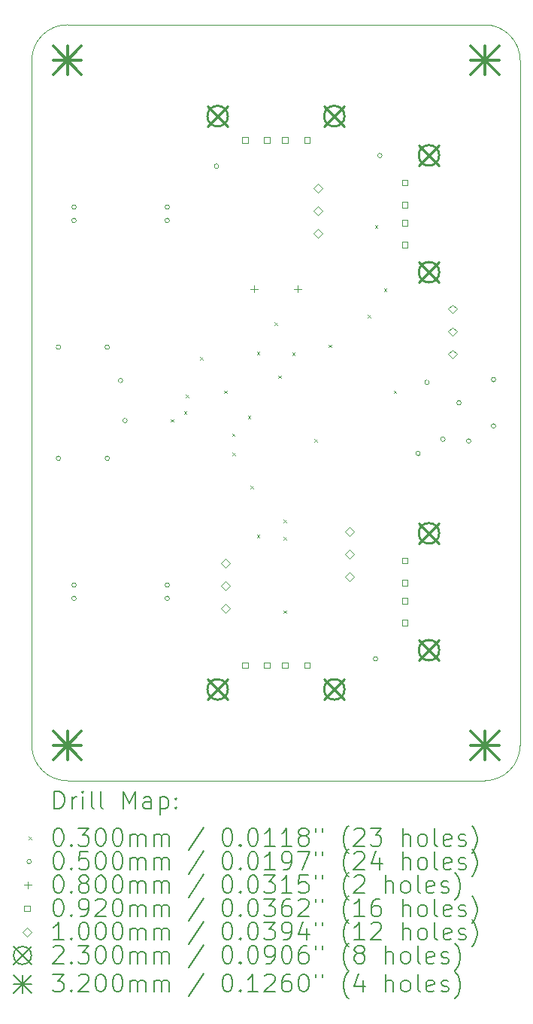
<source format=gbr>
%FSLAX45Y45*%
G04 Gerber Fmt 4.5, Leading zero omitted, Abs format (unit mm)*
G04 Created by KiCad (PCBNEW (6.0.5)) date 2024-04-12 21:33:26*
%MOMM*%
%LPD*%
G01*
G04 APERTURE LIST*
%TA.AperFunction,Profile*%
%ADD10C,0.100000*%
%TD*%
%ADD11C,0.200000*%
%ADD12C,0.030000*%
%ADD13C,0.050000*%
%ADD14C,0.080000*%
%ADD15C,0.092000*%
%ADD16C,0.100000*%
%ADD17C,0.230000*%
%ADD18C,0.320000*%
G04 APERTURE END LIST*
D10*
X18000000Y-13100000D02*
X18000000Y-5400000D01*
X18000000Y-5400000D02*
G75*
G03*
X17600000Y-5000000I-400000J0D01*
G01*
X12500000Y-5400000D02*
X12500000Y-13100000D01*
X12900000Y-13500000D02*
X17600000Y-13500000D01*
X12900000Y-5000000D02*
G75*
G03*
X12500000Y-5400000I0J-400000D01*
G01*
X12500000Y-13100000D02*
G75*
G03*
X12900000Y-13500000I400000J0D01*
G01*
X17600000Y-13500000D02*
G75*
G03*
X18000000Y-13100000I0J400000D01*
G01*
X17600000Y-5000000D02*
X12900000Y-5000000D01*
D11*
D12*
X14065000Y-9435000D02*
X14095000Y-9465000D01*
X14095000Y-9435000D02*
X14065000Y-9465000D01*
X14215000Y-9345000D02*
X14245000Y-9375000D01*
X14245000Y-9345000D02*
X14215000Y-9375000D01*
X14235000Y-9160000D02*
X14265000Y-9190000D01*
X14265000Y-9160000D02*
X14235000Y-9190000D01*
X14395000Y-8735000D02*
X14425000Y-8765000D01*
X14425000Y-8735000D02*
X14395000Y-8765000D01*
X14665000Y-9115000D02*
X14695000Y-9145000D01*
X14695000Y-9115000D02*
X14665000Y-9145000D01*
X14755000Y-9595000D02*
X14785000Y-9625000D01*
X14785000Y-9595000D02*
X14755000Y-9625000D01*
X14760000Y-9810000D02*
X14790000Y-9840000D01*
X14790000Y-9810000D02*
X14760000Y-9840000D01*
X14935000Y-9395000D02*
X14965000Y-9425000D01*
X14965000Y-9395000D02*
X14935000Y-9425000D01*
X14965000Y-10185000D02*
X14995000Y-10215000D01*
X14995000Y-10185000D02*
X14965000Y-10215000D01*
X15035000Y-8675000D02*
X15065000Y-8705000D01*
X15065000Y-8675000D02*
X15035000Y-8705000D01*
X15035000Y-10735000D02*
X15065000Y-10765000D01*
X15065000Y-10735000D02*
X15035000Y-10765000D01*
X15235000Y-8345000D02*
X15265000Y-8375000D01*
X15265000Y-8345000D02*
X15235000Y-8375000D01*
X15275000Y-8945000D02*
X15305000Y-8975000D01*
X15305000Y-8945000D02*
X15275000Y-8975000D01*
X15335000Y-10565000D02*
X15365000Y-10595000D01*
X15365000Y-10565000D02*
X15335000Y-10595000D01*
X15335000Y-10760000D02*
X15365000Y-10790000D01*
X15365000Y-10760000D02*
X15335000Y-10790000D01*
X15335000Y-11585000D02*
X15365000Y-11615000D01*
X15365000Y-11585000D02*
X15335000Y-11615000D01*
X15435000Y-8685000D02*
X15465000Y-8715000D01*
X15465000Y-8685000D02*
X15435000Y-8715000D01*
X15685000Y-9660000D02*
X15715000Y-9690000D01*
X15715000Y-9660000D02*
X15685000Y-9690000D01*
X15845000Y-8595000D02*
X15875000Y-8625000D01*
X15875000Y-8595000D02*
X15845000Y-8625000D01*
X16285000Y-8260000D02*
X16315000Y-8290000D01*
X16315000Y-8260000D02*
X16285000Y-8290000D01*
X16365000Y-7255000D02*
X16395000Y-7285000D01*
X16395000Y-7255000D02*
X16365000Y-7285000D01*
X16465000Y-7965000D02*
X16495000Y-7995000D01*
X16495000Y-7965000D02*
X16465000Y-7995000D01*
X16575000Y-9115000D02*
X16605000Y-9145000D01*
X16605000Y-9115000D02*
X16575000Y-9145000D01*
D13*
X12825000Y-8625000D02*
G75*
G03*
X12825000Y-8625000I-25000J0D01*
G01*
X12825000Y-9875000D02*
G75*
G03*
X12825000Y-9875000I-25000J0D01*
G01*
X13000000Y-7050000D02*
G75*
G03*
X13000000Y-7050000I-25000J0D01*
G01*
X13000000Y-7200000D02*
G75*
G03*
X13000000Y-7200000I-25000J0D01*
G01*
X13000000Y-11300000D02*
G75*
G03*
X13000000Y-11300000I-25000J0D01*
G01*
X13000000Y-11450000D02*
G75*
G03*
X13000000Y-11450000I-25000J0D01*
G01*
X13375000Y-8625000D02*
G75*
G03*
X13375000Y-8625000I-25000J0D01*
G01*
X13375000Y-9875000D02*
G75*
G03*
X13375000Y-9875000I-25000J0D01*
G01*
X13525000Y-9000000D02*
G75*
G03*
X13525000Y-9000000I-25000J0D01*
G01*
X13575000Y-9450000D02*
G75*
G03*
X13575000Y-9450000I-25000J0D01*
G01*
X14050000Y-7050000D02*
G75*
G03*
X14050000Y-7050000I-25000J0D01*
G01*
X14050000Y-7200000D02*
G75*
G03*
X14050000Y-7200000I-25000J0D01*
G01*
X14050000Y-11300000D02*
G75*
G03*
X14050000Y-11300000I-25000J0D01*
G01*
X14050000Y-11450000D02*
G75*
G03*
X14050000Y-11450000I-25000J0D01*
G01*
X14605000Y-6590000D02*
G75*
G03*
X14605000Y-6590000I-25000J0D01*
G01*
X16395000Y-12130000D02*
G75*
G03*
X16395000Y-12130000I-25000J0D01*
G01*
X16445000Y-6470000D02*
G75*
G03*
X16445000Y-6470000I-25000J0D01*
G01*
X16875000Y-9820000D02*
G75*
G03*
X16875000Y-9820000I-25000J0D01*
G01*
X16975000Y-9020000D02*
G75*
G03*
X16975000Y-9020000I-25000J0D01*
G01*
X17155000Y-9660000D02*
G75*
G03*
X17155000Y-9660000I-25000J0D01*
G01*
X17335000Y-9250000D02*
G75*
G03*
X17335000Y-9250000I-25000J0D01*
G01*
X17445000Y-9680000D02*
G75*
G03*
X17445000Y-9680000I-25000J0D01*
G01*
X17725000Y-8990000D02*
G75*
G03*
X17725000Y-8990000I-25000J0D01*
G01*
X17725000Y-9510000D02*
G75*
G03*
X17725000Y-9510000I-25000J0D01*
G01*
D14*
X15005000Y-7930000D02*
X15005000Y-8010000D01*
X14965000Y-7970000D02*
X15045000Y-7970000D01*
X15493000Y-7930000D02*
X15493000Y-8010000D01*
X15453000Y-7970000D02*
X15533000Y-7970000D01*
D15*
X14932527Y-6330277D02*
X14932527Y-6265223D01*
X14867473Y-6265223D01*
X14867473Y-6330277D01*
X14932527Y-6330277D01*
X14932527Y-12234777D02*
X14932527Y-12169723D01*
X14867473Y-12169723D01*
X14867473Y-12234777D01*
X14932527Y-12234777D01*
X15182527Y-6330277D02*
X15182527Y-6265223D01*
X15117473Y-6265223D01*
X15117473Y-6330277D01*
X15182527Y-6330277D01*
X15182527Y-12234777D02*
X15182527Y-12169723D01*
X15117473Y-12169723D01*
X15117473Y-12234777D01*
X15182527Y-12234777D01*
X15382527Y-6330277D02*
X15382527Y-6265223D01*
X15317473Y-6265223D01*
X15317473Y-6330277D01*
X15382527Y-6330277D01*
X15382527Y-12234777D02*
X15382527Y-12169723D01*
X15317473Y-12169723D01*
X15317473Y-12234777D01*
X15382527Y-12234777D01*
X15632527Y-6330277D02*
X15632527Y-6265223D01*
X15567473Y-6265223D01*
X15567473Y-6330277D01*
X15632527Y-6330277D01*
X15632527Y-12234777D02*
X15632527Y-12169723D01*
X15567473Y-12169723D01*
X15567473Y-12234777D01*
X15632527Y-12234777D01*
X16734777Y-6807527D02*
X16734777Y-6742473D01*
X16669723Y-6742473D01*
X16669723Y-6807527D01*
X16734777Y-6807527D01*
X16734777Y-7057527D02*
X16734777Y-6992473D01*
X16669723Y-6992473D01*
X16669723Y-7057527D01*
X16734777Y-7057527D01*
X16734777Y-7257527D02*
X16734777Y-7192473D01*
X16669723Y-7192473D01*
X16669723Y-7257527D01*
X16734777Y-7257527D01*
X16734777Y-7507527D02*
X16734777Y-7442473D01*
X16669723Y-7442473D01*
X16669723Y-7507527D01*
X16734777Y-7507527D01*
X16734777Y-11057527D02*
X16734777Y-10992473D01*
X16669723Y-10992473D01*
X16669723Y-11057527D01*
X16734777Y-11057527D01*
X16734777Y-11307527D02*
X16734777Y-11242473D01*
X16669723Y-11242473D01*
X16669723Y-11307527D01*
X16734777Y-11307527D01*
X16734777Y-11507527D02*
X16734777Y-11442473D01*
X16669723Y-11442473D01*
X16669723Y-11507527D01*
X16734777Y-11507527D01*
X16734777Y-11757527D02*
X16734777Y-11692473D01*
X16669723Y-11692473D01*
X16669723Y-11757527D01*
X16734777Y-11757527D01*
D16*
X14680000Y-11106000D02*
X14730000Y-11056000D01*
X14680000Y-11006000D01*
X14630000Y-11056000D01*
X14680000Y-11106000D01*
X14680000Y-11360000D02*
X14730000Y-11310000D01*
X14680000Y-11260000D01*
X14630000Y-11310000D01*
X14680000Y-11360000D01*
X14680000Y-11614000D02*
X14730000Y-11564000D01*
X14680000Y-11514000D01*
X14630000Y-11564000D01*
X14680000Y-11614000D01*
X15720000Y-6886000D02*
X15770000Y-6836000D01*
X15720000Y-6786000D01*
X15670000Y-6836000D01*
X15720000Y-6886000D01*
X15720000Y-7140000D02*
X15770000Y-7090000D01*
X15720000Y-7040000D01*
X15670000Y-7090000D01*
X15720000Y-7140000D01*
X15720000Y-7394000D02*
X15770000Y-7344000D01*
X15720000Y-7294000D01*
X15670000Y-7344000D01*
X15720000Y-7394000D01*
X16080000Y-10747500D02*
X16130000Y-10697500D01*
X16080000Y-10647500D01*
X16030000Y-10697500D01*
X16080000Y-10747500D01*
X16080000Y-11001500D02*
X16130000Y-10951500D01*
X16080000Y-10901500D01*
X16030000Y-10951500D01*
X16080000Y-11001500D01*
X16080000Y-11255500D02*
X16130000Y-11205500D01*
X16080000Y-11155500D01*
X16030000Y-11205500D01*
X16080000Y-11255500D01*
X17240000Y-8246000D02*
X17290000Y-8196000D01*
X17240000Y-8146000D01*
X17190000Y-8196000D01*
X17240000Y-8246000D01*
X17240000Y-8500000D02*
X17290000Y-8450000D01*
X17240000Y-8400000D01*
X17190000Y-8450000D01*
X17240000Y-8500000D01*
X17240000Y-8754000D02*
X17290000Y-8704000D01*
X17240000Y-8654000D01*
X17190000Y-8704000D01*
X17240000Y-8754000D01*
D17*
X14478000Y-5911750D02*
X14708000Y-6141750D01*
X14708000Y-5911750D02*
X14478000Y-6141750D01*
X14708000Y-6026750D02*
G75*
G03*
X14708000Y-6026750I-115000J0D01*
G01*
X14478000Y-12358250D02*
X14708000Y-12588250D01*
X14708000Y-12358250D02*
X14478000Y-12588250D01*
X14708000Y-12473250D02*
G75*
G03*
X14708000Y-12473250I-115000J0D01*
G01*
X15792000Y-5911750D02*
X16022000Y-6141750D01*
X16022000Y-5911750D02*
X15792000Y-6141750D01*
X16022000Y-6026750D02*
G75*
G03*
X16022000Y-6026750I-115000J0D01*
G01*
X15792000Y-12358250D02*
X16022000Y-12588250D01*
X16022000Y-12358250D02*
X15792000Y-12588250D01*
X16022000Y-12473250D02*
G75*
G03*
X16022000Y-12473250I-115000J0D01*
G01*
X16858250Y-6353000D02*
X17088250Y-6583000D01*
X17088250Y-6353000D02*
X16858250Y-6583000D01*
X17088250Y-6468000D02*
G75*
G03*
X17088250Y-6468000I-115000J0D01*
G01*
X16858250Y-7667000D02*
X17088250Y-7897000D01*
X17088250Y-7667000D02*
X16858250Y-7897000D01*
X17088250Y-7782000D02*
G75*
G03*
X17088250Y-7782000I-115000J0D01*
G01*
X16858250Y-10603000D02*
X17088250Y-10833000D01*
X17088250Y-10603000D02*
X16858250Y-10833000D01*
X17088250Y-10718000D02*
G75*
G03*
X17088250Y-10718000I-115000J0D01*
G01*
X16858250Y-11917000D02*
X17088250Y-12147000D01*
X17088250Y-11917000D02*
X16858250Y-12147000D01*
X17088250Y-12032000D02*
G75*
G03*
X17088250Y-12032000I-115000J0D01*
G01*
D18*
X12740000Y-5240000D02*
X13060000Y-5560000D01*
X13060000Y-5240000D02*
X12740000Y-5560000D01*
X12900000Y-5240000D02*
X12900000Y-5560000D01*
X12740000Y-5400000D02*
X13060000Y-5400000D01*
X12740000Y-12940000D02*
X13060000Y-13260000D01*
X13060000Y-12940000D02*
X12740000Y-13260000D01*
X12900000Y-12940000D02*
X12900000Y-13260000D01*
X12740000Y-13100000D02*
X13060000Y-13100000D01*
X17440000Y-5240000D02*
X17760000Y-5560000D01*
X17760000Y-5240000D02*
X17440000Y-5560000D01*
X17600000Y-5240000D02*
X17600000Y-5560000D01*
X17440000Y-5400000D02*
X17760000Y-5400000D01*
X17440000Y-12940000D02*
X17760000Y-13260000D01*
X17760000Y-12940000D02*
X17440000Y-13260000D01*
X17600000Y-12940000D02*
X17600000Y-13260000D01*
X17440000Y-13100000D02*
X17760000Y-13100000D01*
D11*
X12752619Y-13815476D02*
X12752619Y-13615476D01*
X12800238Y-13615476D01*
X12828809Y-13625000D01*
X12847857Y-13644048D01*
X12857381Y-13663095D01*
X12866905Y-13701190D01*
X12866905Y-13729762D01*
X12857381Y-13767857D01*
X12847857Y-13786905D01*
X12828809Y-13805952D01*
X12800238Y-13815476D01*
X12752619Y-13815476D01*
X12952619Y-13815476D02*
X12952619Y-13682143D01*
X12952619Y-13720238D02*
X12962143Y-13701190D01*
X12971667Y-13691667D01*
X12990714Y-13682143D01*
X13009762Y-13682143D01*
X13076428Y-13815476D02*
X13076428Y-13682143D01*
X13076428Y-13615476D02*
X13066905Y-13625000D01*
X13076428Y-13634524D01*
X13085952Y-13625000D01*
X13076428Y-13615476D01*
X13076428Y-13634524D01*
X13200238Y-13815476D02*
X13181190Y-13805952D01*
X13171667Y-13786905D01*
X13171667Y-13615476D01*
X13305000Y-13815476D02*
X13285952Y-13805952D01*
X13276428Y-13786905D01*
X13276428Y-13615476D01*
X13533571Y-13815476D02*
X13533571Y-13615476D01*
X13600238Y-13758333D01*
X13666905Y-13615476D01*
X13666905Y-13815476D01*
X13847857Y-13815476D02*
X13847857Y-13710714D01*
X13838333Y-13691667D01*
X13819286Y-13682143D01*
X13781190Y-13682143D01*
X13762143Y-13691667D01*
X13847857Y-13805952D02*
X13828809Y-13815476D01*
X13781190Y-13815476D01*
X13762143Y-13805952D01*
X13752619Y-13786905D01*
X13752619Y-13767857D01*
X13762143Y-13748809D01*
X13781190Y-13739286D01*
X13828809Y-13739286D01*
X13847857Y-13729762D01*
X13943095Y-13682143D02*
X13943095Y-13882143D01*
X13943095Y-13691667D02*
X13962143Y-13682143D01*
X14000238Y-13682143D01*
X14019286Y-13691667D01*
X14028809Y-13701190D01*
X14038333Y-13720238D01*
X14038333Y-13777381D01*
X14028809Y-13796428D01*
X14019286Y-13805952D01*
X14000238Y-13815476D01*
X13962143Y-13815476D01*
X13943095Y-13805952D01*
X14124048Y-13796428D02*
X14133571Y-13805952D01*
X14124048Y-13815476D01*
X14114524Y-13805952D01*
X14124048Y-13796428D01*
X14124048Y-13815476D01*
X14124048Y-13691667D02*
X14133571Y-13701190D01*
X14124048Y-13710714D01*
X14114524Y-13701190D01*
X14124048Y-13691667D01*
X14124048Y-13710714D01*
D12*
X12465000Y-14130000D02*
X12495000Y-14160000D01*
X12495000Y-14130000D02*
X12465000Y-14160000D01*
D11*
X12790714Y-14035476D02*
X12809762Y-14035476D01*
X12828809Y-14045000D01*
X12838333Y-14054524D01*
X12847857Y-14073571D01*
X12857381Y-14111667D01*
X12857381Y-14159286D01*
X12847857Y-14197381D01*
X12838333Y-14216428D01*
X12828809Y-14225952D01*
X12809762Y-14235476D01*
X12790714Y-14235476D01*
X12771667Y-14225952D01*
X12762143Y-14216428D01*
X12752619Y-14197381D01*
X12743095Y-14159286D01*
X12743095Y-14111667D01*
X12752619Y-14073571D01*
X12762143Y-14054524D01*
X12771667Y-14045000D01*
X12790714Y-14035476D01*
X12943095Y-14216428D02*
X12952619Y-14225952D01*
X12943095Y-14235476D01*
X12933571Y-14225952D01*
X12943095Y-14216428D01*
X12943095Y-14235476D01*
X13019286Y-14035476D02*
X13143095Y-14035476D01*
X13076428Y-14111667D01*
X13105000Y-14111667D01*
X13124048Y-14121190D01*
X13133571Y-14130714D01*
X13143095Y-14149762D01*
X13143095Y-14197381D01*
X13133571Y-14216428D01*
X13124048Y-14225952D01*
X13105000Y-14235476D01*
X13047857Y-14235476D01*
X13028809Y-14225952D01*
X13019286Y-14216428D01*
X13266905Y-14035476D02*
X13285952Y-14035476D01*
X13305000Y-14045000D01*
X13314524Y-14054524D01*
X13324048Y-14073571D01*
X13333571Y-14111667D01*
X13333571Y-14159286D01*
X13324048Y-14197381D01*
X13314524Y-14216428D01*
X13305000Y-14225952D01*
X13285952Y-14235476D01*
X13266905Y-14235476D01*
X13247857Y-14225952D01*
X13238333Y-14216428D01*
X13228809Y-14197381D01*
X13219286Y-14159286D01*
X13219286Y-14111667D01*
X13228809Y-14073571D01*
X13238333Y-14054524D01*
X13247857Y-14045000D01*
X13266905Y-14035476D01*
X13457381Y-14035476D02*
X13476428Y-14035476D01*
X13495476Y-14045000D01*
X13505000Y-14054524D01*
X13514524Y-14073571D01*
X13524048Y-14111667D01*
X13524048Y-14159286D01*
X13514524Y-14197381D01*
X13505000Y-14216428D01*
X13495476Y-14225952D01*
X13476428Y-14235476D01*
X13457381Y-14235476D01*
X13438333Y-14225952D01*
X13428809Y-14216428D01*
X13419286Y-14197381D01*
X13409762Y-14159286D01*
X13409762Y-14111667D01*
X13419286Y-14073571D01*
X13428809Y-14054524D01*
X13438333Y-14045000D01*
X13457381Y-14035476D01*
X13609762Y-14235476D02*
X13609762Y-14102143D01*
X13609762Y-14121190D02*
X13619286Y-14111667D01*
X13638333Y-14102143D01*
X13666905Y-14102143D01*
X13685952Y-14111667D01*
X13695476Y-14130714D01*
X13695476Y-14235476D01*
X13695476Y-14130714D02*
X13705000Y-14111667D01*
X13724048Y-14102143D01*
X13752619Y-14102143D01*
X13771667Y-14111667D01*
X13781190Y-14130714D01*
X13781190Y-14235476D01*
X13876428Y-14235476D02*
X13876428Y-14102143D01*
X13876428Y-14121190D02*
X13885952Y-14111667D01*
X13905000Y-14102143D01*
X13933571Y-14102143D01*
X13952619Y-14111667D01*
X13962143Y-14130714D01*
X13962143Y-14235476D01*
X13962143Y-14130714D02*
X13971667Y-14111667D01*
X13990714Y-14102143D01*
X14019286Y-14102143D01*
X14038333Y-14111667D01*
X14047857Y-14130714D01*
X14047857Y-14235476D01*
X14438333Y-14025952D02*
X14266905Y-14283095D01*
X14695476Y-14035476D02*
X14714524Y-14035476D01*
X14733571Y-14045000D01*
X14743095Y-14054524D01*
X14752619Y-14073571D01*
X14762143Y-14111667D01*
X14762143Y-14159286D01*
X14752619Y-14197381D01*
X14743095Y-14216428D01*
X14733571Y-14225952D01*
X14714524Y-14235476D01*
X14695476Y-14235476D01*
X14676428Y-14225952D01*
X14666905Y-14216428D01*
X14657381Y-14197381D01*
X14647857Y-14159286D01*
X14647857Y-14111667D01*
X14657381Y-14073571D01*
X14666905Y-14054524D01*
X14676428Y-14045000D01*
X14695476Y-14035476D01*
X14847857Y-14216428D02*
X14857381Y-14225952D01*
X14847857Y-14235476D01*
X14838333Y-14225952D01*
X14847857Y-14216428D01*
X14847857Y-14235476D01*
X14981190Y-14035476D02*
X15000238Y-14035476D01*
X15019286Y-14045000D01*
X15028809Y-14054524D01*
X15038333Y-14073571D01*
X15047857Y-14111667D01*
X15047857Y-14159286D01*
X15038333Y-14197381D01*
X15028809Y-14216428D01*
X15019286Y-14225952D01*
X15000238Y-14235476D01*
X14981190Y-14235476D01*
X14962143Y-14225952D01*
X14952619Y-14216428D01*
X14943095Y-14197381D01*
X14933571Y-14159286D01*
X14933571Y-14111667D01*
X14943095Y-14073571D01*
X14952619Y-14054524D01*
X14962143Y-14045000D01*
X14981190Y-14035476D01*
X15238333Y-14235476D02*
X15124048Y-14235476D01*
X15181190Y-14235476D02*
X15181190Y-14035476D01*
X15162143Y-14064048D01*
X15143095Y-14083095D01*
X15124048Y-14092619D01*
X15428809Y-14235476D02*
X15314524Y-14235476D01*
X15371667Y-14235476D02*
X15371667Y-14035476D01*
X15352619Y-14064048D01*
X15333571Y-14083095D01*
X15314524Y-14092619D01*
X15543095Y-14121190D02*
X15524048Y-14111667D01*
X15514524Y-14102143D01*
X15505000Y-14083095D01*
X15505000Y-14073571D01*
X15514524Y-14054524D01*
X15524048Y-14045000D01*
X15543095Y-14035476D01*
X15581190Y-14035476D01*
X15600238Y-14045000D01*
X15609762Y-14054524D01*
X15619286Y-14073571D01*
X15619286Y-14083095D01*
X15609762Y-14102143D01*
X15600238Y-14111667D01*
X15581190Y-14121190D01*
X15543095Y-14121190D01*
X15524048Y-14130714D01*
X15514524Y-14140238D01*
X15505000Y-14159286D01*
X15505000Y-14197381D01*
X15514524Y-14216428D01*
X15524048Y-14225952D01*
X15543095Y-14235476D01*
X15581190Y-14235476D01*
X15600238Y-14225952D01*
X15609762Y-14216428D01*
X15619286Y-14197381D01*
X15619286Y-14159286D01*
X15609762Y-14140238D01*
X15600238Y-14130714D01*
X15581190Y-14121190D01*
X15695476Y-14035476D02*
X15695476Y-14073571D01*
X15771667Y-14035476D02*
X15771667Y-14073571D01*
X16066905Y-14311667D02*
X16057381Y-14302143D01*
X16038333Y-14273571D01*
X16028809Y-14254524D01*
X16019286Y-14225952D01*
X16009762Y-14178333D01*
X16009762Y-14140238D01*
X16019286Y-14092619D01*
X16028809Y-14064048D01*
X16038333Y-14045000D01*
X16057381Y-14016428D01*
X16066905Y-14006905D01*
X16133571Y-14054524D02*
X16143095Y-14045000D01*
X16162143Y-14035476D01*
X16209762Y-14035476D01*
X16228809Y-14045000D01*
X16238333Y-14054524D01*
X16247857Y-14073571D01*
X16247857Y-14092619D01*
X16238333Y-14121190D01*
X16124048Y-14235476D01*
X16247857Y-14235476D01*
X16314524Y-14035476D02*
X16438333Y-14035476D01*
X16371667Y-14111667D01*
X16400238Y-14111667D01*
X16419286Y-14121190D01*
X16428809Y-14130714D01*
X16438333Y-14149762D01*
X16438333Y-14197381D01*
X16428809Y-14216428D01*
X16419286Y-14225952D01*
X16400238Y-14235476D01*
X16343095Y-14235476D01*
X16324048Y-14225952D01*
X16314524Y-14216428D01*
X16676428Y-14235476D02*
X16676428Y-14035476D01*
X16762143Y-14235476D02*
X16762143Y-14130714D01*
X16752619Y-14111667D01*
X16733571Y-14102143D01*
X16705000Y-14102143D01*
X16685952Y-14111667D01*
X16676428Y-14121190D01*
X16885952Y-14235476D02*
X16866905Y-14225952D01*
X16857381Y-14216428D01*
X16847857Y-14197381D01*
X16847857Y-14140238D01*
X16857381Y-14121190D01*
X16866905Y-14111667D01*
X16885952Y-14102143D01*
X16914524Y-14102143D01*
X16933571Y-14111667D01*
X16943095Y-14121190D01*
X16952619Y-14140238D01*
X16952619Y-14197381D01*
X16943095Y-14216428D01*
X16933571Y-14225952D01*
X16914524Y-14235476D01*
X16885952Y-14235476D01*
X17066905Y-14235476D02*
X17047857Y-14225952D01*
X17038333Y-14206905D01*
X17038333Y-14035476D01*
X17219286Y-14225952D02*
X17200238Y-14235476D01*
X17162143Y-14235476D01*
X17143095Y-14225952D01*
X17133571Y-14206905D01*
X17133571Y-14130714D01*
X17143095Y-14111667D01*
X17162143Y-14102143D01*
X17200238Y-14102143D01*
X17219286Y-14111667D01*
X17228810Y-14130714D01*
X17228810Y-14149762D01*
X17133571Y-14168809D01*
X17305000Y-14225952D02*
X17324048Y-14235476D01*
X17362143Y-14235476D01*
X17381190Y-14225952D01*
X17390714Y-14206905D01*
X17390714Y-14197381D01*
X17381190Y-14178333D01*
X17362143Y-14168809D01*
X17333571Y-14168809D01*
X17314524Y-14159286D01*
X17305000Y-14140238D01*
X17305000Y-14130714D01*
X17314524Y-14111667D01*
X17333571Y-14102143D01*
X17362143Y-14102143D01*
X17381190Y-14111667D01*
X17457381Y-14311667D02*
X17466905Y-14302143D01*
X17485952Y-14273571D01*
X17495476Y-14254524D01*
X17505000Y-14225952D01*
X17514524Y-14178333D01*
X17514524Y-14140238D01*
X17505000Y-14092619D01*
X17495476Y-14064048D01*
X17485952Y-14045000D01*
X17466905Y-14016428D01*
X17457381Y-14006905D01*
D13*
X12495000Y-14409000D02*
G75*
G03*
X12495000Y-14409000I-25000J0D01*
G01*
D11*
X12790714Y-14299476D02*
X12809762Y-14299476D01*
X12828809Y-14309000D01*
X12838333Y-14318524D01*
X12847857Y-14337571D01*
X12857381Y-14375667D01*
X12857381Y-14423286D01*
X12847857Y-14461381D01*
X12838333Y-14480428D01*
X12828809Y-14489952D01*
X12809762Y-14499476D01*
X12790714Y-14499476D01*
X12771667Y-14489952D01*
X12762143Y-14480428D01*
X12752619Y-14461381D01*
X12743095Y-14423286D01*
X12743095Y-14375667D01*
X12752619Y-14337571D01*
X12762143Y-14318524D01*
X12771667Y-14309000D01*
X12790714Y-14299476D01*
X12943095Y-14480428D02*
X12952619Y-14489952D01*
X12943095Y-14499476D01*
X12933571Y-14489952D01*
X12943095Y-14480428D01*
X12943095Y-14499476D01*
X13133571Y-14299476D02*
X13038333Y-14299476D01*
X13028809Y-14394714D01*
X13038333Y-14385190D01*
X13057381Y-14375667D01*
X13105000Y-14375667D01*
X13124048Y-14385190D01*
X13133571Y-14394714D01*
X13143095Y-14413762D01*
X13143095Y-14461381D01*
X13133571Y-14480428D01*
X13124048Y-14489952D01*
X13105000Y-14499476D01*
X13057381Y-14499476D01*
X13038333Y-14489952D01*
X13028809Y-14480428D01*
X13266905Y-14299476D02*
X13285952Y-14299476D01*
X13305000Y-14309000D01*
X13314524Y-14318524D01*
X13324048Y-14337571D01*
X13333571Y-14375667D01*
X13333571Y-14423286D01*
X13324048Y-14461381D01*
X13314524Y-14480428D01*
X13305000Y-14489952D01*
X13285952Y-14499476D01*
X13266905Y-14499476D01*
X13247857Y-14489952D01*
X13238333Y-14480428D01*
X13228809Y-14461381D01*
X13219286Y-14423286D01*
X13219286Y-14375667D01*
X13228809Y-14337571D01*
X13238333Y-14318524D01*
X13247857Y-14309000D01*
X13266905Y-14299476D01*
X13457381Y-14299476D02*
X13476428Y-14299476D01*
X13495476Y-14309000D01*
X13505000Y-14318524D01*
X13514524Y-14337571D01*
X13524048Y-14375667D01*
X13524048Y-14423286D01*
X13514524Y-14461381D01*
X13505000Y-14480428D01*
X13495476Y-14489952D01*
X13476428Y-14499476D01*
X13457381Y-14499476D01*
X13438333Y-14489952D01*
X13428809Y-14480428D01*
X13419286Y-14461381D01*
X13409762Y-14423286D01*
X13409762Y-14375667D01*
X13419286Y-14337571D01*
X13428809Y-14318524D01*
X13438333Y-14309000D01*
X13457381Y-14299476D01*
X13609762Y-14499476D02*
X13609762Y-14366143D01*
X13609762Y-14385190D02*
X13619286Y-14375667D01*
X13638333Y-14366143D01*
X13666905Y-14366143D01*
X13685952Y-14375667D01*
X13695476Y-14394714D01*
X13695476Y-14499476D01*
X13695476Y-14394714D02*
X13705000Y-14375667D01*
X13724048Y-14366143D01*
X13752619Y-14366143D01*
X13771667Y-14375667D01*
X13781190Y-14394714D01*
X13781190Y-14499476D01*
X13876428Y-14499476D02*
X13876428Y-14366143D01*
X13876428Y-14385190D02*
X13885952Y-14375667D01*
X13905000Y-14366143D01*
X13933571Y-14366143D01*
X13952619Y-14375667D01*
X13962143Y-14394714D01*
X13962143Y-14499476D01*
X13962143Y-14394714D02*
X13971667Y-14375667D01*
X13990714Y-14366143D01*
X14019286Y-14366143D01*
X14038333Y-14375667D01*
X14047857Y-14394714D01*
X14047857Y-14499476D01*
X14438333Y-14289952D02*
X14266905Y-14547095D01*
X14695476Y-14299476D02*
X14714524Y-14299476D01*
X14733571Y-14309000D01*
X14743095Y-14318524D01*
X14752619Y-14337571D01*
X14762143Y-14375667D01*
X14762143Y-14423286D01*
X14752619Y-14461381D01*
X14743095Y-14480428D01*
X14733571Y-14489952D01*
X14714524Y-14499476D01*
X14695476Y-14499476D01*
X14676428Y-14489952D01*
X14666905Y-14480428D01*
X14657381Y-14461381D01*
X14647857Y-14423286D01*
X14647857Y-14375667D01*
X14657381Y-14337571D01*
X14666905Y-14318524D01*
X14676428Y-14309000D01*
X14695476Y-14299476D01*
X14847857Y-14480428D02*
X14857381Y-14489952D01*
X14847857Y-14499476D01*
X14838333Y-14489952D01*
X14847857Y-14480428D01*
X14847857Y-14499476D01*
X14981190Y-14299476D02*
X15000238Y-14299476D01*
X15019286Y-14309000D01*
X15028809Y-14318524D01*
X15038333Y-14337571D01*
X15047857Y-14375667D01*
X15047857Y-14423286D01*
X15038333Y-14461381D01*
X15028809Y-14480428D01*
X15019286Y-14489952D01*
X15000238Y-14499476D01*
X14981190Y-14499476D01*
X14962143Y-14489952D01*
X14952619Y-14480428D01*
X14943095Y-14461381D01*
X14933571Y-14423286D01*
X14933571Y-14375667D01*
X14943095Y-14337571D01*
X14952619Y-14318524D01*
X14962143Y-14309000D01*
X14981190Y-14299476D01*
X15238333Y-14499476D02*
X15124048Y-14499476D01*
X15181190Y-14499476D02*
X15181190Y-14299476D01*
X15162143Y-14328048D01*
X15143095Y-14347095D01*
X15124048Y-14356619D01*
X15333571Y-14499476D02*
X15371667Y-14499476D01*
X15390714Y-14489952D01*
X15400238Y-14480428D01*
X15419286Y-14451857D01*
X15428809Y-14413762D01*
X15428809Y-14337571D01*
X15419286Y-14318524D01*
X15409762Y-14309000D01*
X15390714Y-14299476D01*
X15352619Y-14299476D01*
X15333571Y-14309000D01*
X15324048Y-14318524D01*
X15314524Y-14337571D01*
X15314524Y-14385190D01*
X15324048Y-14404238D01*
X15333571Y-14413762D01*
X15352619Y-14423286D01*
X15390714Y-14423286D01*
X15409762Y-14413762D01*
X15419286Y-14404238D01*
X15428809Y-14385190D01*
X15495476Y-14299476D02*
X15628809Y-14299476D01*
X15543095Y-14499476D01*
X15695476Y-14299476D02*
X15695476Y-14337571D01*
X15771667Y-14299476D02*
X15771667Y-14337571D01*
X16066905Y-14575667D02*
X16057381Y-14566143D01*
X16038333Y-14537571D01*
X16028809Y-14518524D01*
X16019286Y-14489952D01*
X16009762Y-14442333D01*
X16009762Y-14404238D01*
X16019286Y-14356619D01*
X16028809Y-14328048D01*
X16038333Y-14309000D01*
X16057381Y-14280428D01*
X16066905Y-14270905D01*
X16133571Y-14318524D02*
X16143095Y-14309000D01*
X16162143Y-14299476D01*
X16209762Y-14299476D01*
X16228809Y-14309000D01*
X16238333Y-14318524D01*
X16247857Y-14337571D01*
X16247857Y-14356619D01*
X16238333Y-14385190D01*
X16124048Y-14499476D01*
X16247857Y-14499476D01*
X16419286Y-14366143D02*
X16419286Y-14499476D01*
X16371667Y-14289952D02*
X16324048Y-14432809D01*
X16447857Y-14432809D01*
X16676428Y-14499476D02*
X16676428Y-14299476D01*
X16762143Y-14499476D02*
X16762143Y-14394714D01*
X16752619Y-14375667D01*
X16733571Y-14366143D01*
X16705000Y-14366143D01*
X16685952Y-14375667D01*
X16676428Y-14385190D01*
X16885952Y-14499476D02*
X16866905Y-14489952D01*
X16857381Y-14480428D01*
X16847857Y-14461381D01*
X16847857Y-14404238D01*
X16857381Y-14385190D01*
X16866905Y-14375667D01*
X16885952Y-14366143D01*
X16914524Y-14366143D01*
X16933571Y-14375667D01*
X16943095Y-14385190D01*
X16952619Y-14404238D01*
X16952619Y-14461381D01*
X16943095Y-14480428D01*
X16933571Y-14489952D01*
X16914524Y-14499476D01*
X16885952Y-14499476D01*
X17066905Y-14499476D02*
X17047857Y-14489952D01*
X17038333Y-14470905D01*
X17038333Y-14299476D01*
X17219286Y-14489952D02*
X17200238Y-14499476D01*
X17162143Y-14499476D01*
X17143095Y-14489952D01*
X17133571Y-14470905D01*
X17133571Y-14394714D01*
X17143095Y-14375667D01*
X17162143Y-14366143D01*
X17200238Y-14366143D01*
X17219286Y-14375667D01*
X17228810Y-14394714D01*
X17228810Y-14413762D01*
X17133571Y-14432809D01*
X17305000Y-14489952D02*
X17324048Y-14499476D01*
X17362143Y-14499476D01*
X17381190Y-14489952D01*
X17390714Y-14470905D01*
X17390714Y-14461381D01*
X17381190Y-14442333D01*
X17362143Y-14432809D01*
X17333571Y-14432809D01*
X17314524Y-14423286D01*
X17305000Y-14404238D01*
X17305000Y-14394714D01*
X17314524Y-14375667D01*
X17333571Y-14366143D01*
X17362143Y-14366143D01*
X17381190Y-14375667D01*
X17457381Y-14575667D02*
X17466905Y-14566143D01*
X17485952Y-14537571D01*
X17495476Y-14518524D01*
X17505000Y-14489952D01*
X17514524Y-14442333D01*
X17514524Y-14404238D01*
X17505000Y-14356619D01*
X17495476Y-14328048D01*
X17485952Y-14309000D01*
X17466905Y-14280428D01*
X17457381Y-14270905D01*
D14*
X12455000Y-14633000D02*
X12455000Y-14713000D01*
X12415000Y-14673000D02*
X12495000Y-14673000D01*
D11*
X12790714Y-14563476D02*
X12809762Y-14563476D01*
X12828809Y-14573000D01*
X12838333Y-14582524D01*
X12847857Y-14601571D01*
X12857381Y-14639667D01*
X12857381Y-14687286D01*
X12847857Y-14725381D01*
X12838333Y-14744428D01*
X12828809Y-14753952D01*
X12809762Y-14763476D01*
X12790714Y-14763476D01*
X12771667Y-14753952D01*
X12762143Y-14744428D01*
X12752619Y-14725381D01*
X12743095Y-14687286D01*
X12743095Y-14639667D01*
X12752619Y-14601571D01*
X12762143Y-14582524D01*
X12771667Y-14573000D01*
X12790714Y-14563476D01*
X12943095Y-14744428D02*
X12952619Y-14753952D01*
X12943095Y-14763476D01*
X12933571Y-14753952D01*
X12943095Y-14744428D01*
X12943095Y-14763476D01*
X13066905Y-14649190D02*
X13047857Y-14639667D01*
X13038333Y-14630143D01*
X13028809Y-14611095D01*
X13028809Y-14601571D01*
X13038333Y-14582524D01*
X13047857Y-14573000D01*
X13066905Y-14563476D01*
X13105000Y-14563476D01*
X13124048Y-14573000D01*
X13133571Y-14582524D01*
X13143095Y-14601571D01*
X13143095Y-14611095D01*
X13133571Y-14630143D01*
X13124048Y-14639667D01*
X13105000Y-14649190D01*
X13066905Y-14649190D01*
X13047857Y-14658714D01*
X13038333Y-14668238D01*
X13028809Y-14687286D01*
X13028809Y-14725381D01*
X13038333Y-14744428D01*
X13047857Y-14753952D01*
X13066905Y-14763476D01*
X13105000Y-14763476D01*
X13124048Y-14753952D01*
X13133571Y-14744428D01*
X13143095Y-14725381D01*
X13143095Y-14687286D01*
X13133571Y-14668238D01*
X13124048Y-14658714D01*
X13105000Y-14649190D01*
X13266905Y-14563476D02*
X13285952Y-14563476D01*
X13305000Y-14573000D01*
X13314524Y-14582524D01*
X13324048Y-14601571D01*
X13333571Y-14639667D01*
X13333571Y-14687286D01*
X13324048Y-14725381D01*
X13314524Y-14744428D01*
X13305000Y-14753952D01*
X13285952Y-14763476D01*
X13266905Y-14763476D01*
X13247857Y-14753952D01*
X13238333Y-14744428D01*
X13228809Y-14725381D01*
X13219286Y-14687286D01*
X13219286Y-14639667D01*
X13228809Y-14601571D01*
X13238333Y-14582524D01*
X13247857Y-14573000D01*
X13266905Y-14563476D01*
X13457381Y-14563476D02*
X13476428Y-14563476D01*
X13495476Y-14573000D01*
X13505000Y-14582524D01*
X13514524Y-14601571D01*
X13524048Y-14639667D01*
X13524048Y-14687286D01*
X13514524Y-14725381D01*
X13505000Y-14744428D01*
X13495476Y-14753952D01*
X13476428Y-14763476D01*
X13457381Y-14763476D01*
X13438333Y-14753952D01*
X13428809Y-14744428D01*
X13419286Y-14725381D01*
X13409762Y-14687286D01*
X13409762Y-14639667D01*
X13419286Y-14601571D01*
X13428809Y-14582524D01*
X13438333Y-14573000D01*
X13457381Y-14563476D01*
X13609762Y-14763476D02*
X13609762Y-14630143D01*
X13609762Y-14649190D02*
X13619286Y-14639667D01*
X13638333Y-14630143D01*
X13666905Y-14630143D01*
X13685952Y-14639667D01*
X13695476Y-14658714D01*
X13695476Y-14763476D01*
X13695476Y-14658714D02*
X13705000Y-14639667D01*
X13724048Y-14630143D01*
X13752619Y-14630143D01*
X13771667Y-14639667D01*
X13781190Y-14658714D01*
X13781190Y-14763476D01*
X13876428Y-14763476D02*
X13876428Y-14630143D01*
X13876428Y-14649190D02*
X13885952Y-14639667D01*
X13905000Y-14630143D01*
X13933571Y-14630143D01*
X13952619Y-14639667D01*
X13962143Y-14658714D01*
X13962143Y-14763476D01*
X13962143Y-14658714D02*
X13971667Y-14639667D01*
X13990714Y-14630143D01*
X14019286Y-14630143D01*
X14038333Y-14639667D01*
X14047857Y-14658714D01*
X14047857Y-14763476D01*
X14438333Y-14553952D02*
X14266905Y-14811095D01*
X14695476Y-14563476D02*
X14714524Y-14563476D01*
X14733571Y-14573000D01*
X14743095Y-14582524D01*
X14752619Y-14601571D01*
X14762143Y-14639667D01*
X14762143Y-14687286D01*
X14752619Y-14725381D01*
X14743095Y-14744428D01*
X14733571Y-14753952D01*
X14714524Y-14763476D01*
X14695476Y-14763476D01*
X14676428Y-14753952D01*
X14666905Y-14744428D01*
X14657381Y-14725381D01*
X14647857Y-14687286D01*
X14647857Y-14639667D01*
X14657381Y-14601571D01*
X14666905Y-14582524D01*
X14676428Y-14573000D01*
X14695476Y-14563476D01*
X14847857Y-14744428D02*
X14857381Y-14753952D01*
X14847857Y-14763476D01*
X14838333Y-14753952D01*
X14847857Y-14744428D01*
X14847857Y-14763476D01*
X14981190Y-14563476D02*
X15000238Y-14563476D01*
X15019286Y-14573000D01*
X15028809Y-14582524D01*
X15038333Y-14601571D01*
X15047857Y-14639667D01*
X15047857Y-14687286D01*
X15038333Y-14725381D01*
X15028809Y-14744428D01*
X15019286Y-14753952D01*
X15000238Y-14763476D01*
X14981190Y-14763476D01*
X14962143Y-14753952D01*
X14952619Y-14744428D01*
X14943095Y-14725381D01*
X14933571Y-14687286D01*
X14933571Y-14639667D01*
X14943095Y-14601571D01*
X14952619Y-14582524D01*
X14962143Y-14573000D01*
X14981190Y-14563476D01*
X15114524Y-14563476D02*
X15238333Y-14563476D01*
X15171667Y-14639667D01*
X15200238Y-14639667D01*
X15219286Y-14649190D01*
X15228809Y-14658714D01*
X15238333Y-14677762D01*
X15238333Y-14725381D01*
X15228809Y-14744428D01*
X15219286Y-14753952D01*
X15200238Y-14763476D01*
X15143095Y-14763476D01*
X15124048Y-14753952D01*
X15114524Y-14744428D01*
X15428809Y-14763476D02*
X15314524Y-14763476D01*
X15371667Y-14763476D02*
X15371667Y-14563476D01*
X15352619Y-14592048D01*
X15333571Y-14611095D01*
X15314524Y-14620619D01*
X15609762Y-14563476D02*
X15514524Y-14563476D01*
X15505000Y-14658714D01*
X15514524Y-14649190D01*
X15533571Y-14639667D01*
X15581190Y-14639667D01*
X15600238Y-14649190D01*
X15609762Y-14658714D01*
X15619286Y-14677762D01*
X15619286Y-14725381D01*
X15609762Y-14744428D01*
X15600238Y-14753952D01*
X15581190Y-14763476D01*
X15533571Y-14763476D01*
X15514524Y-14753952D01*
X15505000Y-14744428D01*
X15695476Y-14563476D02*
X15695476Y-14601571D01*
X15771667Y-14563476D02*
X15771667Y-14601571D01*
X16066905Y-14839667D02*
X16057381Y-14830143D01*
X16038333Y-14801571D01*
X16028809Y-14782524D01*
X16019286Y-14753952D01*
X16009762Y-14706333D01*
X16009762Y-14668238D01*
X16019286Y-14620619D01*
X16028809Y-14592048D01*
X16038333Y-14573000D01*
X16057381Y-14544428D01*
X16066905Y-14534905D01*
X16133571Y-14582524D02*
X16143095Y-14573000D01*
X16162143Y-14563476D01*
X16209762Y-14563476D01*
X16228809Y-14573000D01*
X16238333Y-14582524D01*
X16247857Y-14601571D01*
X16247857Y-14620619D01*
X16238333Y-14649190D01*
X16124048Y-14763476D01*
X16247857Y-14763476D01*
X16485952Y-14763476D02*
X16485952Y-14563476D01*
X16571667Y-14763476D02*
X16571667Y-14658714D01*
X16562143Y-14639667D01*
X16543095Y-14630143D01*
X16514524Y-14630143D01*
X16495476Y-14639667D01*
X16485952Y-14649190D01*
X16695476Y-14763476D02*
X16676428Y-14753952D01*
X16666905Y-14744428D01*
X16657381Y-14725381D01*
X16657381Y-14668238D01*
X16666905Y-14649190D01*
X16676428Y-14639667D01*
X16695476Y-14630143D01*
X16724048Y-14630143D01*
X16743095Y-14639667D01*
X16752619Y-14649190D01*
X16762143Y-14668238D01*
X16762143Y-14725381D01*
X16752619Y-14744428D01*
X16743095Y-14753952D01*
X16724048Y-14763476D01*
X16695476Y-14763476D01*
X16876429Y-14763476D02*
X16857381Y-14753952D01*
X16847857Y-14734905D01*
X16847857Y-14563476D01*
X17028810Y-14753952D02*
X17009762Y-14763476D01*
X16971667Y-14763476D01*
X16952619Y-14753952D01*
X16943095Y-14734905D01*
X16943095Y-14658714D01*
X16952619Y-14639667D01*
X16971667Y-14630143D01*
X17009762Y-14630143D01*
X17028810Y-14639667D01*
X17038333Y-14658714D01*
X17038333Y-14677762D01*
X16943095Y-14696809D01*
X17114524Y-14753952D02*
X17133571Y-14763476D01*
X17171667Y-14763476D01*
X17190714Y-14753952D01*
X17200238Y-14734905D01*
X17200238Y-14725381D01*
X17190714Y-14706333D01*
X17171667Y-14696809D01*
X17143095Y-14696809D01*
X17124048Y-14687286D01*
X17114524Y-14668238D01*
X17114524Y-14658714D01*
X17124048Y-14639667D01*
X17143095Y-14630143D01*
X17171667Y-14630143D01*
X17190714Y-14639667D01*
X17266905Y-14839667D02*
X17276429Y-14830143D01*
X17295476Y-14801571D01*
X17305000Y-14782524D01*
X17314524Y-14753952D01*
X17324048Y-14706333D01*
X17324048Y-14668238D01*
X17314524Y-14620619D01*
X17305000Y-14592048D01*
X17295476Y-14573000D01*
X17276429Y-14544428D01*
X17266905Y-14534905D01*
D15*
X12481527Y-14969527D02*
X12481527Y-14904473D01*
X12416473Y-14904473D01*
X12416473Y-14969527D01*
X12481527Y-14969527D01*
D11*
X12790714Y-14827476D02*
X12809762Y-14827476D01*
X12828809Y-14837000D01*
X12838333Y-14846524D01*
X12847857Y-14865571D01*
X12857381Y-14903667D01*
X12857381Y-14951286D01*
X12847857Y-14989381D01*
X12838333Y-15008428D01*
X12828809Y-15017952D01*
X12809762Y-15027476D01*
X12790714Y-15027476D01*
X12771667Y-15017952D01*
X12762143Y-15008428D01*
X12752619Y-14989381D01*
X12743095Y-14951286D01*
X12743095Y-14903667D01*
X12752619Y-14865571D01*
X12762143Y-14846524D01*
X12771667Y-14837000D01*
X12790714Y-14827476D01*
X12943095Y-15008428D02*
X12952619Y-15017952D01*
X12943095Y-15027476D01*
X12933571Y-15017952D01*
X12943095Y-15008428D01*
X12943095Y-15027476D01*
X13047857Y-15027476D02*
X13085952Y-15027476D01*
X13105000Y-15017952D01*
X13114524Y-15008428D01*
X13133571Y-14979857D01*
X13143095Y-14941762D01*
X13143095Y-14865571D01*
X13133571Y-14846524D01*
X13124048Y-14837000D01*
X13105000Y-14827476D01*
X13066905Y-14827476D01*
X13047857Y-14837000D01*
X13038333Y-14846524D01*
X13028809Y-14865571D01*
X13028809Y-14913190D01*
X13038333Y-14932238D01*
X13047857Y-14941762D01*
X13066905Y-14951286D01*
X13105000Y-14951286D01*
X13124048Y-14941762D01*
X13133571Y-14932238D01*
X13143095Y-14913190D01*
X13219286Y-14846524D02*
X13228809Y-14837000D01*
X13247857Y-14827476D01*
X13295476Y-14827476D01*
X13314524Y-14837000D01*
X13324048Y-14846524D01*
X13333571Y-14865571D01*
X13333571Y-14884619D01*
X13324048Y-14913190D01*
X13209762Y-15027476D01*
X13333571Y-15027476D01*
X13457381Y-14827476D02*
X13476428Y-14827476D01*
X13495476Y-14837000D01*
X13505000Y-14846524D01*
X13514524Y-14865571D01*
X13524048Y-14903667D01*
X13524048Y-14951286D01*
X13514524Y-14989381D01*
X13505000Y-15008428D01*
X13495476Y-15017952D01*
X13476428Y-15027476D01*
X13457381Y-15027476D01*
X13438333Y-15017952D01*
X13428809Y-15008428D01*
X13419286Y-14989381D01*
X13409762Y-14951286D01*
X13409762Y-14903667D01*
X13419286Y-14865571D01*
X13428809Y-14846524D01*
X13438333Y-14837000D01*
X13457381Y-14827476D01*
X13609762Y-15027476D02*
X13609762Y-14894143D01*
X13609762Y-14913190D02*
X13619286Y-14903667D01*
X13638333Y-14894143D01*
X13666905Y-14894143D01*
X13685952Y-14903667D01*
X13695476Y-14922714D01*
X13695476Y-15027476D01*
X13695476Y-14922714D02*
X13705000Y-14903667D01*
X13724048Y-14894143D01*
X13752619Y-14894143D01*
X13771667Y-14903667D01*
X13781190Y-14922714D01*
X13781190Y-15027476D01*
X13876428Y-15027476D02*
X13876428Y-14894143D01*
X13876428Y-14913190D02*
X13885952Y-14903667D01*
X13905000Y-14894143D01*
X13933571Y-14894143D01*
X13952619Y-14903667D01*
X13962143Y-14922714D01*
X13962143Y-15027476D01*
X13962143Y-14922714D02*
X13971667Y-14903667D01*
X13990714Y-14894143D01*
X14019286Y-14894143D01*
X14038333Y-14903667D01*
X14047857Y-14922714D01*
X14047857Y-15027476D01*
X14438333Y-14817952D02*
X14266905Y-15075095D01*
X14695476Y-14827476D02*
X14714524Y-14827476D01*
X14733571Y-14837000D01*
X14743095Y-14846524D01*
X14752619Y-14865571D01*
X14762143Y-14903667D01*
X14762143Y-14951286D01*
X14752619Y-14989381D01*
X14743095Y-15008428D01*
X14733571Y-15017952D01*
X14714524Y-15027476D01*
X14695476Y-15027476D01*
X14676428Y-15017952D01*
X14666905Y-15008428D01*
X14657381Y-14989381D01*
X14647857Y-14951286D01*
X14647857Y-14903667D01*
X14657381Y-14865571D01*
X14666905Y-14846524D01*
X14676428Y-14837000D01*
X14695476Y-14827476D01*
X14847857Y-15008428D02*
X14857381Y-15017952D01*
X14847857Y-15027476D01*
X14838333Y-15017952D01*
X14847857Y-15008428D01*
X14847857Y-15027476D01*
X14981190Y-14827476D02*
X15000238Y-14827476D01*
X15019286Y-14837000D01*
X15028809Y-14846524D01*
X15038333Y-14865571D01*
X15047857Y-14903667D01*
X15047857Y-14951286D01*
X15038333Y-14989381D01*
X15028809Y-15008428D01*
X15019286Y-15017952D01*
X15000238Y-15027476D01*
X14981190Y-15027476D01*
X14962143Y-15017952D01*
X14952619Y-15008428D01*
X14943095Y-14989381D01*
X14933571Y-14951286D01*
X14933571Y-14903667D01*
X14943095Y-14865571D01*
X14952619Y-14846524D01*
X14962143Y-14837000D01*
X14981190Y-14827476D01*
X15114524Y-14827476D02*
X15238333Y-14827476D01*
X15171667Y-14903667D01*
X15200238Y-14903667D01*
X15219286Y-14913190D01*
X15228809Y-14922714D01*
X15238333Y-14941762D01*
X15238333Y-14989381D01*
X15228809Y-15008428D01*
X15219286Y-15017952D01*
X15200238Y-15027476D01*
X15143095Y-15027476D01*
X15124048Y-15017952D01*
X15114524Y-15008428D01*
X15409762Y-14827476D02*
X15371667Y-14827476D01*
X15352619Y-14837000D01*
X15343095Y-14846524D01*
X15324048Y-14875095D01*
X15314524Y-14913190D01*
X15314524Y-14989381D01*
X15324048Y-15008428D01*
X15333571Y-15017952D01*
X15352619Y-15027476D01*
X15390714Y-15027476D01*
X15409762Y-15017952D01*
X15419286Y-15008428D01*
X15428809Y-14989381D01*
X15428809Y-14941762D01*
X15419286Y-14922714D01*
X15409762Y-14913190D01*
X15390714Y-14903667D01*
X15352619Y-14903667D01*
X15333571Y-14913190D01*
X15324048Y-14922714D01*
X15314524Y-14941762D01*
X15505000Y-14846524D02*
X15514524Y-14837000D01*
X15533571Y-14827476D01*
X15581190Y-14827476D01*
X15600238Y-14837000D01*
X15609762Y-14846524D01*
X15619286Y-14865571D01*
X15619286Y-14884619D01*
X15609762Y-14913190D01*
X15495476Y-15027476D01*
X15619286Y-15027476D01*
X15695476Y-14827476D02*
X15695476Y-14865571D01*
X15771667Y-14827476D02*
X15771667Y-14865571D01*
X16066905Y-15103667D02*
X16057381Y-15094143D01*
X16038333Y-15065571D01*
X16028809Y-15046524D01*
X16019286Y-15017952D01*
X16009762Y-14970333D01*
X16009762Y-14932238D01*
X16019286Y-14884619D01*
X16028809Y-14856048D01*
X16038333Y-14837000D01*
X16057381Y-14808428D01*
X16066905Y-14798905D01*
X16247857Y-15027476D02*
X16133571Y-15027476D01*
X16190714Y-15027476D02*
X16190714Y-14827476D01*
X16171667Y-14856048D01*
X16152619Y-14875095D01*
X16133571Y-14884619D01*
X16419286Y-14827476D02*
X16381190Y-14827476D01*
X16362143Y-14837000D01*
X16352619Y-14846524D01*
X16333571Y-14875095D01*
X16324048Y-14913190D01*
X16324048Y-14989381D01*
X16333571Y-15008428D01*
X16343095Y-15017952D01*
X16362143Y-15027476D01*
X16400238Y-15027476D01*
X16419286Y-15017952D01*
X16428809Y-15008428D01*
X16438333Y-14989381D01*
X16438333Y-14941762D01*
X16428809Y-14922714D01*
X16419286Y-14913190D01*
X16400238Y-14903667D01*
X16362143Y-14903667D01*
X16343095Y-14913190D01*
X16333571Y-14922714D01*
X16324048Y-14941762D01*
X16676428Y-15027476D02*
X16676428Y-14827476D01*
X16762143Y-15027476D02*
X16762143Y-14922714D01*
X16752619Y-14903667D01*
X16733571Y-14894143D01*
X16705000Y-14894143D01*
X16685952Y-14903667D01*
X16676428Y-14913190D01*
X16885952Y-15027476D02*
X16866905Y-15017952D01*
X16857381Y-15008428D01*
X16847857Y-14989381D01*
X16847857Y-14932238D01*
X16857381Y-14913190D01*
X16866905Y-14903667D01*
X16885952Y-14894143D01*
X16914524Y-14894143D01*
X16933571Y-14903667D01*
X16943095Y-14913190D01*
X16952619Y-14932238D01*
X16952619Y-14989381D01*
X16943095Y-15008428D01*
X16933571Y-15017952D01*
X16914524Y-15027476D01*
X16885952Y-15027476D01*
X17066905Y-15027476D02*
X17047857Y-15017952D01*
X17038333Y-14998905D01*
X17038333Y-14827476D01*
X17219286Y-15017952D02*
X17200238Y-15027476D01*
X17162143Y-15027476D01*
X17143095Y-15017952D01*
X17133571Y-14998905D01*
X17133571Y-14922714D01*
X17143095Y-14903667D01*
X17162143Y-14894143D01*
X17200238Y-14894143D01*
X17219286Y-14903667D01*
X17228810Y-14922714D01*
X17228810Y-14941762D01*
X17133571Y-14960809D01*
X17305000Y-15017952D02*
X17324048Y-15027476D01*
X17362143Y-15027476D01*
X17381190Y-15017952D01*
X17390714Y-14998905D01*
X17390714Y-14989381D01*
X17381190Y-14970333D01*
X17362143Y-14960809D01*
X17333571Y-14960809D01*
X17314524Y-14951286D01*
X17305000Y-14932238D01*
X17305000Y-14922714D01*
X17314524Y-14903667D01*
X17333571Y-14894143D01*
X17362143Y-14894143D01*
X17381190Y-14903667D01*
X17457381Y-15103667D02*
X17466905Y-15094143D01*
X17485952Y-15065571D01*
X17495476Y-15046524D01*
X17505000Y-15017952D01*
X17514524Y-14970333D01*
X17514524Y-14932238D01*
X17505000Y-14884619D01*
X17495476Y-14856048D01*
X17485952Y-14837000D01*
X17466905Y-14808428D01*
X17457381Y-14798905D01*
D16*
X12445000Y-15251000D02*
X12495000Y-15201000D01*
X12445000Y-15151000D01*
X12395000Y-15201000D01*
X12445000Y-15251000D01*
D11*
X12857381Y-15291476D02*
X12743095Y-15291476D01*
X12800238Y-15291476D02*
X12800238Y-15091476D01*
X12781190Y-15120048D01*
X12762143Y-15139095D01*
X12743095Y-15148619D01*
X12943095Y-15272428D02*
X12952619Y-15281952D01*
X12943095Y-15291476D01*
X12933571Y-15281952D01*
X12943095Y-15272428D01*
X12943095Y-15291476D01*
X13076428Y-15091476D02*
X13095476Y-15091476D01*
X13114524Y-15101000D01*
X13124048Y-15110524D01*
X13133571Y-15129571D01*
X13143095Y-15167667D01*
X13143095Y-15215286D01*
X13133571Y-15253381D01*
X13124048Y-15272428D01*
X13114524Y-15281952D01*
X13095476Y-15291476D01*
X13076428Y-15291476D01*
X13057381Y-15281952D01*
X13047857Y-15272428D01*
X13038333Y-15253381D01*
X13028809Y-15215286D01*
X13028809Y-15167667D01*
X13038333Y-15129571D01*
X13047857Y-15110524D01*
X13057381Y-15101000D01*
X13076428Y-15091476D01*
X13266905Y-15091476D02*
X13285952Y-15091476D01*
X13305000Y-15101000D01*
X13314524Y-15110524D01*
X13324048Y-15129571D01*
X13333571Y-15167667D01*
X13333571Y-15215286D01*
X13324048Y-15253381D01*
X13314524Y-15272428D01*
X13305000Y-15281952D01*
X13285952Y-15291476D01*
X13266905Y-15291476D01*
X13247857Y-15281952D01*
X13238333Y-15272428D01*
X13228809Y-15253381D01*
X13219286Y-15215286D01*
X13219286Y-15167667D01*
X13228809Y-15129571D01*
X13238333Y-15110524D01*
X13247857Y-15101000D01*
X13266905Y-15091476D01*
X13457381Y-15091476D02*
X13476428Y-15091476D01*
X13495476Y-15101000D01*
X13505000Y-15110524D01*
X13514524Y-15129571D01*
X13524048Y-15167667D01*
X13524048Y-15215286D01*
X13514524Y-15253381D01*
X13505000Y-15272428D01*
X13495476Y-15281952D01*
X13476428Y-15291476D01*
X13457381Y-15291476D01*
X13438333Y-15281952D01*
X13428809Y-15272428D01*
X13419286Y-15253381D01*
X13409762Y-15215286D01*
X13409762Y-15167667D01*
X13419286Y-15129571D01*
X13428809Y-15110524D01*
X13438333Y-15101000D01*
X13457381Y-15091476D01*
X13609762Y-15291476D02*
X13609762Y-15158143D01*
X13609762Y-15177190D02*
X13619286Y-15167667D01*
X13638333Y-15158143D01*
X13666905Y-15158143D01*
X13685952Y-15167667D01*
X13695476Y-15186714D01*
X13695476Y-15291476D01*
X13695476Y-15186714D02*
X13705000Y-15167667D01*
X13724048Y-15158143D01*
X13752619Y-15158143D01*
X13771667Y-15167667D01*
X13781190Y-15186714D01*
X13781190Y-15291476D01*
X13876428Y-15291476D02*
X13876428Y-15158143D01*
X13876428Y-15177190D02*
X13885952Y-15167667D01*
X13905000Y-15158143D01*
X13933571Y-15158143D01*
X13952619Y-15167667D01*
X13962143Y-15186714D01*
X13962143Y-15291476D01*
X13962143Y-15186714D02*
X13971667Y-15167667D01*
X13990714Y-15158143D01*
X14019286Y-15158143D01*
X14038333Y-15167667D01*
X14047857Y-15186714D01*
X14047857Y-15291476D01*
X14438333Y-15081952D02*
X14266905Y-15339095D01*
X14695476Y-15091476D02*
X14714524Y-15091476D01*
X14733571Y-15101000D01*
X14743095Y-15110524D01*
X14752619Y-15129571D01*
X14762143Y-15167667D01*
X14762143Y-15215286D01*
X14752619Y-15253381D01*
X14743095Y-15272428D01*
X14733571Y-15281952D01*
X14714524Y-15291476D01*
X14695476Y-15291476D01*
X14676428Y-15281952D01*
X14666905Y-15272428D01*
X14657381Y-15253381D01*
X14647857Y-15215286D01*
X14647857Y-15167667D01*
X14657381Y-15129571D01*
X14666905Y-15110524D01*
X14676428Y-15101000D01*
X14695476Y-15091476D01*
X14847857Y-15272428D02*
X14857381Y-15281952D01*
X14847857Y-15291476D01*
X14838333Y-15281952D01*
X14847857Y-15272428D01*
X14847857Y-15291476D01*
X14981190Y-15091476D02*
X15000238Y-15091476D01*
X15019286Y-15101000D01*
X15028809Y-15110524D01*
X15038333Y-15129571D01*
X15047857Y-15167667D01*
X15047857Y-15215286D01*
X15038333Y-15253381D01*
X15028809Y-15272428D01*
X15019286Y-15281952D01*
X15000238Y-15291476D01*
X14981190Y-15291476D01*
X14962143Y-15281952D01*
X14952619Y-15272428D01*
X14943095Y-15253381D01*
X14933571Y-15215286D01*
X14933571Y-15167667D01*
X14943095Y-15129571D01*
X14952619Y-15110524D01*
X14962143Y-15101000D01*
X14981190Y-15091476D01*
X15114524Y-15091476D02*
X15238333Y-15091476D01*
X15171667Y-15167667D01*
X15200238Y-15167667D01*
X15219286Y-15177190D01*
X15228809Y-15186714D01*
X15238333Y-15205762D01*
X15238333Y-15253381D01*
X15228809Y-15272428D01*
X15219286Y-15281952D01*
X15200238Y-15291476D01*
X15143095Y-15291476D01*
X15124048Y-15281952D01*
X15114524Y-15272428D01*
X15333571Y-15291476D02*
X15371667Y-15291476D01*
X15390714Y-15281952D01*
X15400238Y-15272428D01*
X15419286Y-15243857D01*
X15428809Y-15205762D01*
X15428809Y-15129571D01*
X15419286Y-15110524D01*
X15409762Y-15101000D01*
X15390714Y-15091476D01*
X15352619Y-15091476D01*
X15333571Y-15101000D01*
X15324048Y-15110524D01*
X15314524Y-15129571D01*
X15314524Y-15177190D01*
X15324048Y-15196238D01*
X15333571Y-15205762D01*
X15352619Y-15215286D01*
X15390714Y-15215286D01*
X15409762Y-15205762D01*
X15419286Y-15196238D01*
X15428809Y-15177190D01*
X15600238Y-15158143D02*
X15600238Y-15291476D01*
X15552619Y-15081952D02*
X15505000Y-15224809D01*
X15628809Y-15224809D01*
X15695476Y-15091476D02*
X15695476Y-15129571D01*
X15771667Y-15091476D02*
X15771667Y-15129571D01*
X16066905Y-15367667D02*
X16057381Y-15358143D01*
X16038333Y-15329571D01*
X16028809Y-15310524D01*
X16019286Y-15281952D01*
X16009762Y-15234333D01*
X16009762Y-15196238D01*
X16019286Y-15148619D01*
X16028809Y-15120048D01*
X16038333Y-15101000D01*
X16057381Y-15072428D01*
X16066905Y-15062905D01*
X16247857Y-15291476D02*
X16133571Y-15291476D01*
X16190714Y-15291476D02*
X16190714Y-15091476D01*
X16171667Y-15120048D01*
X16152619Y-15139095D01*
X16133571Y-15148619D01*
X16324048Y-15110524D02*
X16333571Y-15101000D01*
X16352619Y-15091476D01*
X16400238Y-15091476D01*
X16419286Y-15101000D01*
X16428809Y-15110524D01*
X16438333Y-15129571D01*
X16438333Y-15148619D01*
X16428809Y-15177190D01*
X16314524Y-15291476D01*
X16438333Y-15291476D01*
X16676428Y-15291476D02*
X16676428Y-15091476D01*
X16762143Y-15291476D02*
X16762143Y-15186714D01*
X16752619Y-15167667D01*
X16733571Y-15158143D01*
X16705000Y-15158143D01*
X16685952Y-15167667D01*
X16676428Y-15177190D01*
X16885952Y-15291476D02*
X16866905Y-15281952D01*
X16857381Y-15272428D01*
X16847857Y-15253381D01*
X16847857Y-15196238D01*
X16857381Y-15177190D01*
X16866905Y-15167667D01*
X16885952Y-15158143D01*
X16914524Y-15158143D01*
X16933571Y-15167667D01*
X16943095Y-15177190D01*
X16952619Y-15196238D01*
X16952619Y-15253381D01*
X16943095Y-15272428D01*
X16933571Y-15281952D01*
X16914524Y-15291476D01*
X16885952Y-15291476D01*
X17066905Y-15291476D02*
X17047857Y-15281952D01*
X17038333Y-15262905D01*
X17038333Y-15091476D01*
X17219286Y-15281952D02*
X17200238Y-15291476D01*
X17162143Y-15291476D01*
X17143095Y-15281952D01*
X17133571Y-15262905D01*
X17133571Y-15186714D01*
X17143095Y-15167667D01*
X17162143Y-15158143D01*
X17200238Y-15158143D01*
X17219286Y-15167667D01*
X17228810Y-15186714D01*
X17228810Y-15205762D01*
X17133571Y-15224809D01*
X17305000Y-15281952D02*
X17324048Y-15291476D01*
X17362143Y-15291476D01*
X17381190Y-15281952D01*
X17390714Y-15262905D01*
X17390714Y-15253381D01*
X17381190Y-15234333D01*
X17362143Y-15224809D01*
X17333571Y-15224809D01*
X17314524Y-15215286D01*
X17305000Y-15196238D01*
X17305000Y-15186714D01*
X17314524Y-15167667D01*
X17333571Y-15158143D01*
X17362143Y-15158143D01*
X17381190Y-15167667D01*
X17457381Y-15367667D02*
X17466905Y-15358143D01*
X17485952Y-15329571D01*
X17495476Y-15310524D01*
X17505000Y-15281952D01*
X17514524Y-15234333D01*
X17514524Y-15196238D01*
X17505000Y-15148619D01*
X17495476Y-15120048D01*
X17485952Y-15101000D01*
X17466905Y-15072428D01*
X17457381Y-15062905D01*
X12295000Y-15365000D02*
X12495000Y-15565000D01*
X12495000Y-15365000D02*
X12295000Y-15565000D01*
X12495000Y-15465000D02*
G75*
G03*
X12495000Y-15465000I-100000J0D01*
G01*
X12743095Y-15374524D02*
X12752619Y-15365000D01*
X12771667Y-15355476D01*
X12819286Y-15355476D01*
X12838333Y-15365000D01*
X12847857Y-15374524D01*
X12857381Y-15393571D01*
X12857381Y-15412619D01*
X12847857Y-15441190D01*
X12733571Y-15555476D01*
X12857381Y-15555476D01*
X12943095Y-15536428D02*
X12952619Y-15545952D01*
X12943095Y-15555476D01*
X12933571Y-15545952D01*
X12943095Y-15536428D01*
X12943095Y-15555476D01*
X13019286Y-15355476D02*
X13143095Y-15355476D01*
X13076428Y-15431667D01*
X13105000Y-15431667D01*
X13124048Y-15441190D01*
X13133571Y-15450714D01*
X13143095Y-15469762D01*
X13143095Y-15517381D01*
X13133571Y-15536428D01*
X13124048Y-15545952D01*
X13105000Y-15555476D01*
X13047857Y-15555476D01*
X13028809Y-15545952D01*
X13019286Y-15536428D01*
X13266905Y-15355476D02*
X13285952Y-15355476D01*
X13305000Y-15365000D01*
X13314524Y-15374524D01*
X13324048Y-15393571D01*
X13333571Y-15431667D01*
X13333571Y-15479286D01*
X13324048Y-15517381D01*
X13314524Y-15536428D01*
X13305000Y-15545952D01*
X13285952Y-15555476D01*
X13266905Y-15555476D01*
X13247857Y-15545952D01*
X13238333Y-15536428D01*
X13228809Y-15517381D01*
X13219286Y-15479286D01*
X13219286Y-15431667D01*
X13228809Y-15393571D01*
X13238333Y-15374524D01*
X13247857Y-15365000D01*
X13266905Y-15355476D01*
X13457381Y-15355476D02*
X13476428Y-15355476D01*
X13495476Y-15365000D01*
X13505000Y-15374524D01*
X13514524Y-15393571D01*
X13524048Y-15431667D01*
X13524048Y-15479286D01*
X13514524Y-15517381D01*
X13505000Y-15536428D01*
X13495476Y-15545952D01*
X13476428Y-15555476D01*
X13457381Y-15555476D01*
X13438333Y-15545952D01*
X13428809Y-15536428D01*
X13419286Y-15517381D01*
X13409762Y-15479286D01*
X13409762Y-15431667D01*
X13419286Y-15393571D01*
X13428809Y-15374524D01*
X13438333Y-15365000D01*
X13457381Y-15355476D01*
X13609762Y-15555476D02*
X13609762Y-15422143D01*
X13609762Y-15441190D02*
X13619286Y-15431667D01*
X13638333Y-15422143D01*
X13666905Y-15422143D01*
X13685952Y-15431667D01*
X13695476Y-15450714D01*
X13695476Y-15555476D01*
X13695476Y-15450714D02*
X13705000Y-15431667D01*
X13724048Y-15422143D01*
X13752619Y-15422143D01*
X13771667Y-15431667D01*
X13781190Y-15450714D01*
X13781190Y-15555476D01*
X13876428Y-15555476D02*
X13876428Y-15422143D01*
X13876428Y-15441190D02*
X13885952Y-15431667D01*
X13905000Y-15422143D01*
X13933571Y-15422143D01*
X13952619Y-15431667D01*
X13962143Y-15450714D01*
X13962143Y-15555476D01*
X13962143Y-15450714D02*
X13971667Y-15431667D01*
X13990714Y-15422143D01*
X14019286Y-15422143D01*
X14038333Y-15431667D01*
X14047857Y-15450714D01*
X14047857Y-15555476D01*
X14438333Y-15345952D02*
X14266905Y-15603095D01*
X14695476Y-15355476D02*
X14714524Y-15355476D01*
X14733571Y-15365000D01*
X14743095Y-15374524D01*
X14752619Y-15393571D01*
X14762143Y-15431667D01*
X14762143Y-15479286D01*
X14752619Y-15517381D01*
X14743095Y-15536428D01*
X14733571Y-15545952D01*
X14714524Y-15555476D01*
X14695476Y-15555476D01*
X14676428Y-15545952D01*
X14666905Y-15536428D01*
X14657381Y-15517381D01*
X14647857Y-15479286D01*
X14647857Y-15431667D01*
X14657381Y-15393571D01*
X14666905Y-15374524D01*
X14676428Y-15365000D01*
X14695476Y-15355476D01*
X14847857Y-15536428D02*
X14857381Y-15545952D01*
X14847857Y-15555476D01*
X14838333Y-15545952D01*
X14847857Y-15536428D01*
X14847857Y-15555476D01*
X14981190Y-15355476D02*
X15000238Y-15355476D01*
X15019286Y-15365000D01*
X15028809Y-15374524D01*
X15038333Y-15393571D01*
X15047857Y-15431667D01*
X15047857Y-15479286D01*
X15038333Y-15517381D01*
X15028809Y-15536428D01*
X15019286Y-15545952D01*
X15000238Y-15555476D01*
X14981190Y-15555476D01*
X14962143Y-15545952D01*
X14952619Y-15536428D01*
X14943095Y-15517381D01*
X14933571Y-15479286D01*
X14933571Y-15431667D01*
X14943095Y-15393571D01*
X14952619Y-15374524D01*
X14962143Y-15365000D01*
X14981190Y-15355476D01*
X15143095Y-15555476D02*
X15181190Y-15555476D01*
X15200238Y-15545952D01*
X15209762Y-15536428D01*
X15228809Y-15507857D01*
X15238333Y-15469762D01*
X15238333Y-15393571D01*
X15228809Y-15374524D01*
X15219286Y-15365000D01*
X15200238Y-15355476D01*
X15162143Y-15355476D01*
X15143095Y-15365000D01*
X15133571Y-15374524D01*
X15124048Y-15393571D01*
X15124048Y-15441190D01*
X15133571Y-15460238D01*
X15143095Y-15469762D01*
X15162143Y-15479286D01*
X15200238Y-15479286D01*
X15219286Y-15469762D01*
X15228809Y-15460238D01*
X15238333Y-15441190D01*
X15362143Y-15355476D02*
X15381190Y-15355476D01*
X15400238Y-15365000D01*
X15409762Y-15374524D01*
X15419286Y-15393571D01*
X15428809Y-15431667D01*
X15428809Y-15479286D01*
X15419286Y-15517381D01*
X15409762Y-15536428D01*
X15400238Y-15545952D01*
X15381190Y-15555476D01*
X15362143Y-15555476D01*
X15343095Y-15545952D01*
X15333571Y-15536428D01*
X15324048Y-15517381D01*
X15314524Y-15479286D01*
X15314524Y-15431667D01*
X15324048Y-15393571D01*
X15333571Y-15374524D01*
X15343095Y-15365000D01*
X15362143Y-15355476D01*
X15600238Y-15355476D02*
X15562143Y-15355476D01*
X15543095Y-15365000D01*
X15533571Y-15374524D01*
X15514524Y-15403095D01*
X15505000Y-15441190D01*
X15505000Y-15517381D01*
X15514524Y-15536428D01*
X15524048Y-15545952D01*
X15543095Y-15555476D01*
X15581190Y-15555476D01*
X15600238Y-15545952D01*
X15609762Y-15536428D01*
X15619286Y-15517381D01*
X15619286Y-15469762D01*
X15609762Y-15450714D01*
X15600238Y-15441190D01*
X15581190Y-15431667D01*
X15543095Y-15431667D01*
X15524048Y-15441190D01*
X15514524Y-15450714D01*
X15505000Y-15469762D01*
X15695476Y-15355476D02*
X15695476Y-15393571D01*
X15771667Y-15355476D02*
X15771667Y-15393571D01*
X16066905Y-15631667D02*
X16057381Y-15622143D01*
X16038333Y-15593571D01*
X16028809Y-15574524D01*
X16019286Y-15545952D01*
X16009762Y-15498333D01*
X16009762Y-15460238D01*
X16019286Y-15412619D01*
X16028809Y-15384048D01*
X16038333Y-15365000D01*
X16057381Y-15336428D01*
X16066905Y-15326905D01*
X16171667Y-15441190D02*
X16152619Y-15431667D01*
X16143095Y-15422143D01*
X16133571Y-15403095D01*
X16133571Y-15393571D01*
X16143095Y-15374524D01*
X16152619Y-15365000D01*
X16171667Y-15355476D01*
X16209762Y-15355476D01*
X16228809Y-15365000D01*
X16238333Y-15374524D01*
X16247857Y-15393571D01*
X16247857Y-15403095D01*
X16238333Y-15422143D01*
X16228809Y-15431667D01*
X16209762Y-15441190D01*
X16171667Y-15441190D01*
X16152619Y-15450714D01*
X16143095Y-15460238D01*
X16133571Y-15479286D01*
X16133571Y-15517381D01*
X16143095Y-15536428D01*
X16152619Y-15545952D01*
X16171667Y-15555476D01*
X16209762Y-15555476D01*
X16228809Y-15545952D01*
X16238333Y-15536428D01*
X16247857Y-15517381D01*
X16247857Y-15479286D01*
X16238333Y-15460238D01*
X16228809Y-15450714D01*
X16209762Y-15441190D01*
X16485952Y-15555476D02*
X16485952Y-15355476D01*
X16571667Y-15555476D02*
X16571667Y-15450714D01*
X16562143Y-15431667D01*
X16543095Y-15422143D01*
X16514524Y-15422143D01*
X16495476Y-15431667D01*
X16485952Y-15441190D01*
X16695476Y-15555476D02*
X16676428Y-15545952D01*
X16666905Y-15536428D01*
X16657381Y-15517381D01*
X16657381Y-15460238D01*
X16666905Y-15441190D01*
X16676428Y-15431667D01*
X16695476Y-15422143D01*
X16724048Y-15422143D01*
X16743095Y-15431667D01*
X16752619Y-15441190D01*
X16762143Y-15460238D01*
X16762143Y-15517381D01*
X16752619Y-15536428D01*
X16743095Y-15545952D01*
X16724048Y-15555476D01*
X16695476Y-15555476D01*
X16876429Y-15555476D02*
X16857381Y-15545952D01*
X16847857Y-15526905D01*
X16847857Y-15355476D01*
X17028810Y-15545952D02*
X17009762Y-15555476D01*
X16971667Y-15555476D01*
X16952619Y-15545952D01*
X16943095Y-15526905D01*
X16943095Y-15450714D01*
X16952619Y-15431667D01*
X16971667Y-15422143D01*
X17009762Y-15422143D01*
X17028810Y-15431667D01*
X17038333Y-15450714D01*
X17038333Y-15469762D01*
X16943095Y-15488809D01*
X17114524Y-15545952D02*
X17133571Y-15555476D01*
X17171667Y-15555476D01*
X17190714Y-15545952D01*
X17200238Y-15526905D01*
X17200238Y-15517381D01*
X17190714Y-15498333D01*
X17171667Y-15488809D01*
X17143095Y-15488809D01*
X17124048Y-15479286D01*
X17114524Y-15460238D01*
X17114524Y-15450714D01*
X17124048Y-15431667D01*
X17143095Y-15422143D01*
X17171667Y-15422143D01*
X17190714Y-15431667D01*
X17266905Y-15631667D02*
X17276429Y-15622143D01*
X17295476Y-15593571D01*
X17305000Y-15574524D01*
X17314524Y-15545952D01*
X17324048Y-15498333D01*
X17324048Y-15460238D01*
X17314524Y-15412619D01*
X17305000Y-15384048D01*
X17295476Y-15365000D01*
X17276429Y-15336428D01*
X17266905Y-15326905D01*
X12295000Y-15685000D02*
X12495000Y-15885000D01*
X12495000Y-15685000D02*
X12295000Y-15885000D01*
X12395000Y-15685000D02*
X12395000Y-15885000D01*
X12295000Y-15785000D02*
X12495000Y-15785000D01*
X12733571Y-15675476D02*
X12857381Y-15675476D01*
X12790714Y-15751667D01*
X12819286Y-15751667D01*
X12838333Y-15761190D01*
X12847857Y-15770714D01*
X12857381Y-15789762D01*
X12857381Y-15837381D01*
X12847857Y-15856428D01*
X12838333Y-15865952D01*
X12819286Y-15875476D01*
X12762143Y-15875476D01*
X12743095Y-15865952D01*
X12733571Y-15856428D01*
X12943095Y-15856428D02*
X12952619Y-15865952D01*
X12943095Y-15875476D01*
X12933571Y-15865952D01*
X12943095Y-15856428D01*
X12943095Y-15875476D01*
X13028809Y-15694524D02*
X13038333Y-15685000D01*
X13057381Y-15675476D01*
X13105000Y-15675476D01*
X13124048Y-15685000D01*
X13133571Y-15694524D01*
X13143095Y-15713571D01*
X13143095Y-15732619D01*
X13133571Y-15761190D01*
X13019286Y-15875476D01*
X13143095Y-15875476D01*
X13266905Y-15675476D02*
X13285952Y-15675476D01*
X13305000Y-15685000D01*
X13314524Y-15694524D01*
X13324048Y-15713571D01*
X13333571Y-15751667D01*
X13333571Y-15799286D01*
X13324048Y-15837381D01*
X13314524Y-15856428D01*
X13305000Y-15865952D01*
X13285952Y-15875476D01*
X13266905Y-15875476D01*
X13247857Y-15865952D01*
X13238333Y-15856428D01*
X13228809Y-15837381D01*
X13219286Y-15799286D01*
X13219286Y-15751667D01*
X13228809Y-15713571D01*
X13238333Y-15694524D01*
X13247857Y-15685000D01*
X13266905Y-15675476D01*
X13457381Y-15675476D02*
X13476428Y-15675476D01*
X13495476Y-15685000D01*
X13505000Y-15694524D01*
X13514524Y-15713571D01*
X13524048Y-15751667D01*
X13524048Y-15799286D01*
X13514524Y-15837381D01*
X13505000Y-15856428D01*
X13495476Y-15865952D01*
X13476428Y-15875476D01*
X13457381Y-15875476D01*
X13438333Y-15865952D01*
X13428809Y-15856428D01*
X13419286Y-15837381D01*
X13409762Y-15799286D01*
X13409762Y-15751667D01*
X13419286Y-15713571D01*
X13428809Y-15694524D01*
X13438333Y-15685000D01*
X13457381Y-15675476D01*
X13609762Y-15875476D02*
X13609762Y-15742143D01*
X13609762Y-15761190D02*
X13619286Y-15751667D01*
X13638333Y-15742143D01*
X13666905Y-15742143D01*
X13685952Y-15751667D01*
X13695476Y-15770714D01*
X13695476Y-15875476D01*
X13695476Y-15770714D02*
X13705000Y-15751667D01*
X13724048Y-15742143D01*
X13752619Y-15742143D01*
X13771667Y-15751667D01*
X13781190Y-15770714D01*
X13781190Y-15875476D01*
X13876428Y-15875476D02*
X13876428Y-15742143D01*
X13876428Y-15761190D02*
X13885952Y-15751667D01*
X13905000Y-15742143D01*
X13933571Y-15742143D01*
X13952619Y-15751667D01*
X13962143Y-15770714D01*
X13962143Y-15875476D01*
X13962143Y-15770714D02*
X13971667Y-15751667D01*
X13990714Y-15742143D01*
X14019286Y-15742143D01*
X14038333Y-15751667D01*
X14047857Y-15770714D01*
X14047857Y-15875476D01*
X14438333Y-15665952D02*
X14266905Y-15923095D01*
X14695476Y-15675476D02*
X14714524Y-15675476D01*
X14733571Y-15685000D01*
X14743095Y-15694524D01*
X14752619Y-15713571D01*
X14762143Y-15751667D01*
X14762143Y-15799286D01*
X14752619Y-15837381D01*
X14743095Y-15856428D01*
X14733571Y-15865952D01*
X14714524Y-15875476D01*
X14695476Y-15875476D01*
X14676428Y-15865952D01*
X14666905Y-15856428D01*
X14657381Y-15837381D01*
X14647857Y-15799286D01*
X14647857Y-15751667D01*
X14657381Y-15713571D01*
X14666905Y-15694524D01*
X14676428Y-15685000D01*
X14695476Y-15675476D01*
X14847857Y-15856428D02*
X14857381Y-15865952D01*
X14847857Y-15875476D01*
X14838333Y-15865952D01*
X14847857Y-15856428D01*
X14847857Y-15875476D01*
X15047857Y-15875476D02*
X14933571Y-15875476D01*
X14990714Y-15875476D02*
X14990714Y-15675476D01*
X14971667Y-15704048D01*
X14952619Y-15723095D01*
X14933571Y-15732619D01*
X15124048Y-15694524D02*
X15133571Y-15685000D01*
X15152619Y-15675476D01*
X15200238Y-15675476D01*
X15219286Y-15685000D01*
X15228809Y-15694524D01*
X15238333Y-15713571D01*
X15238333Y-15732619D01*
X15228809Y-15761190D01*
X15114524Y-15875476D01*
X15238333Y-15875476D01*
X15409762Y-15675476D02*
X15371667Y-15675476D01*
X15352619Y-15685000D01*
X15343095Y-15694524D01*
X15324048Y-15723095D01*
X15314524Y-15761190D01*
X15314524Y-15837381D01*
X15324048Y-15856428D01*
X15333571Y-15865952D01*
X15352619Y-15875476D01*
X15390714Y-15875476D01*
X15409762Y-15865952D01*
X15419286Y-15856428D01*
X15428809Y-15837381D01*
X15428809Y-15789762D01*
X15419286Y-15770714D01*
X15409762Y-15761190D01*
X15390714Y-15751667D01*
X15352619Y-15751667D01*
X15333571Y-15761190D01*
X15324048Y-15770714D01*
X15314524Y-15789762D01*
X15552619Y-15675476D02*
X15571667Y-15675476D01*
X15590714Y-15685000D01*
X15600238Y-15694524D01*
X15609762Y-15713571D01*
X15619286Y-15751667D01*
X15619286Y-15799286D01*
X15609762Y-15837381D01*
X15600238Y-15856428D01*
X15590714Y-15865952D01*
X15571667Y-15875476D01*
X15552619Y-15875476D01*
X15533571Y-15865952D01*
X15524048Y-15856428D01*
X15514524Y-15837381D01*
X15505000Y-15799286D01*
X15505000Y-15751667D01*
X15514524Y-15713571D01*
X15524048Y-15694524D01*
X15533571Y-15685000D01*
X15552619Y-15675476D01*
X15695476Y-15675476D02*
X15695476Y-15713571D01*
X15771667Y-15675476D02*
X15771667Y-15713571D01*
X16066905Y-15951667D02*
X16057381Y-15942143D01*
X16038333Y-15913571D01*
X16028809Y-15894524D01*
X16019286Y-15865952D01*
X16009762Y-15818333D01*
X16009762Y-15780238D01*
X16019286Y-15732619D01*
X16028809Y-15704048D01*
X16038333Y-15685000D01*
X16057381Y-15656428D01*
X16066905Y-15646905D01*
X16228809Y-15742143D02*
X16228809Y-15875476D01*
X16181190Y-15665952D02*
X16133571Y-15808809D01*
X16257381Y-15808809D01*
X16485952Y-15875476D02*
X16485952Y-15675476D01*
X16571667Y-15875476D02*
X16571667Y-15770714D01*
X16562143Y-15751667D01*
X16543095Y-15742143D01*
X16514524Y-15742143D01*
X16495476Y-15751667D01*
X16485952Y-15761190D01*
X16695476Y-15875476D02*
X16676428Y-15865952D01*
X16666905Y-15856428D01*
X16657381Y-15837381D01*
X16657381Y-15780238D01*
X16666905Y-15761190D01*
X16676428Y-15751667D01*
X16695476Y-15742143D01*
X16724048Y-15742143D01*
X16743095Y-15751667D01*
X16752619Y-15761190D01*
X16762143Y-15780238D01*
X16762143Y-15837381D01*
X16752619Y-15856428D01*
X16743095Y-15865952D01*
X16724048Y-15875476D01*
X16695476Y-15875476D01*
X16876429Y-15875476D02*
X16857381Y-15865952D01*
X16847857Y-15846905D01*
X16847857Y-15675476D01*
X17028810Y-15865952D02*
X17009762Y-15875476D01*
X16971667Y-15875476D01*
X16952619Y-15865952D01*
X16943095Y-15846905D01*
X16943095Y-15770714D01*
X16952619Y-15751667D01*
X16971667Y-15742143D01*
X17009762Y-15742143D01*
X17028810Y-15751667D01*
X17038333Y-15770714D01*
X17038333Y-15789762D01*
X16943095Y-15808809D01*
X17114524Y-15865952D02*
X17133571Y-15875476D01*
X17171667Y-15875476D01*
X17190714Y-15865952D01*
X17200238Y-15846905D01*
X17200238Y-15837381D01*
X17190714Y-15818333D01*
X17171667Y-15808809D01*
X17143095Y-15808809D01*
X17124048Y-15799286D01*
X17114524Y-15780238D01*
X17114524Y-15770714D01*
X17124048Y-15751667D01*
X17143095Y-15742143D01*
X17171667Y-15742143D01*
X17190714Y-15751667D01*
X17266905Y-15951667D02*
X17276429Y-15942143D01*
X17295476Y-15913571D01*
X17305000Y-15894524D01*
X17314524Y-15865952D01*
X17324048Y-15818333D01*
X17324048Y-15780238D01*
X17314524Y-15732619D01*
X17305000Y-15704048D01*
X17295476Y-15685000D01*
X17276429Y-15656428D01*
X17266905Y-15646905D01*
M02*

</source>
